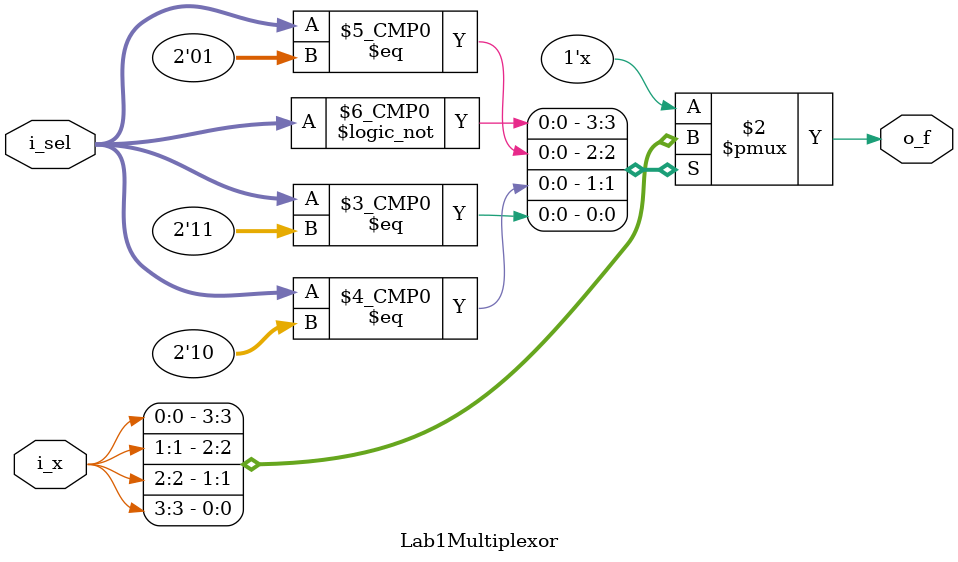
<source format=sv>
`timescale 1ns / 1ps


module Lab1Multiplexor(
        input logic [3:0] i_x,
        input logic [1:0] i_sel,
        output logic o_f
    );
always @ (*) begin
    case (i_sel)
        0: o_f = i_x[0];
        1: o_f = i_x[1];
        2: o_f = i_x[2];
        3: o_f = i_x[3];
        default : o_f = 0;
    endcase
end

endmodule

</source>
